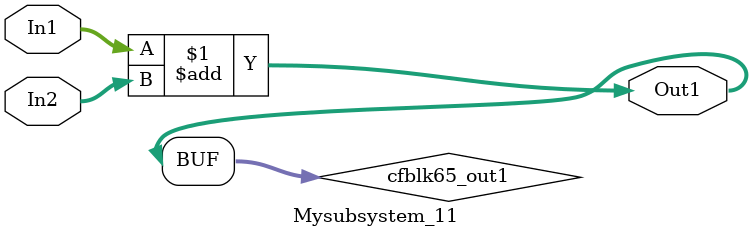
<source format=v>



`timescale 1 ns / 1 ns

module Mysubsystem_11
          (In1,
           In2,
           Out1);


  input   [7:0] In1;  // uint8
  input   [7:0] In2;  // uint8
  output  [7:0] Out1;  // uint8


  wire [7:0] cfblk65_out1;  // uint8


  assign cfblk65_out1 = In1 + In2;



  assign Out1 = cfblk65_out1;

endmodule  // Mysubsystem_11


</source>
